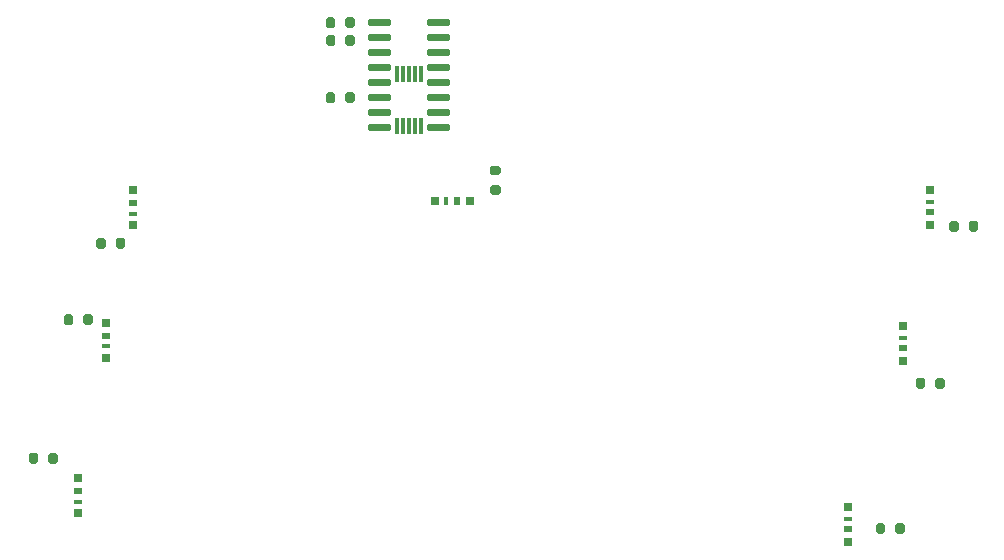
<source format=gbr>
G04 #@! TF.GenerationSoftware,KiCad,Pcbnew,(5.1.8)-1*
G04 #@! TF.CreationDate,2021-05-14T20:15:16-04:00*
G04 #@! TF.ProjectId,DogeKey2,446f6765-4b65-4793-922e-6b696361645f,1*
G04 #@! TF.SameCoordinates,Original*
G04 #@! TF.FileFunction,Paste,Bot*
G04 #@! TF.FilePolarity,Positive*
%FSLAX46Y46*%
G04 Gerber Fmt 4.6, Leading zero omitted, Abs format (unit mm)*
G04 Created by KiCad (PCBNEW (5.1.8)-1) date 2021-05-14 20:15:16*
%MOMM*%
%LPD*%
G01*
G04 APERTURE LIST*
%ADD10R,0.800000X0.800000*%
%ADD11R,0.400000X0.800000*%
%ADD12R,0.600000X0.800000*%
%ADD13R,0.750000X0.800000*%
%ADD14R,0.800000X0.400000*%
%ADD15R,0.800000X0.600000*%
%ADD16R,0.800000X0.750000*%
%ADD17R,0.300000X1.400000*%
G04 APERTURE END LIST*
D10*
X140770000Y-58900000D03*
D11*
X141750000Y-58900000D03*
D12*
X142630000Y-58900000D03*
D13*
X143755000Y-58900000D03*
D10*
X180400000Y-69520000D03*
D14*
X180400000Y-70500000D03*
D15*
X180400000Y-71380000D03*
D16*
X180400000Y-72505000D03*
D10*
X112975000Y-72230000D03*
D14*
X112975000Y-71250000D03*
D15*
X112975000Y-70370000D03*
D16*
X112975000Y-69245000D03*
D10*
X110600000Y-85380000D03*
D14*
X110600000Y-84400000D03*
D15*
X110600000Y-83520000D03*
D16*
X110600000Y-82395000D03*
D10*
X175750000Y-84845000D03*
D14*
X175750000Y-85825000D03*
D15*
X175750000Y-86705000D03*
D16*
X175750000Y-87830000D03*
D10*
X115200000Y-60980000D03*
D14*
X115200000Y-60000000D03*
D15*
X115200000Y-59120000D03*
D16*
X115200000Y-57995000D03*
D10*
X182750000Y-58020000D03*
D14*
X182750000Y-59000000D03*
D15*
X182750000Y-59880000D03*
D16*
X182750000Y-61005000D03*
G36*
G01*
X133225000Y-44125000D02*
X133225000Y-43575000D01*
G75*
G02*
X133425000Y-43375000I200000J0D01*
G01*
X133825000Y-43375000D01*
G75*
G02*
X134025000Y-43575000I0J-200000D01*
G01*
X134025000Y-44125000D01*
G75*
G02*
X133825000Y-44325000I-200000J0D01*
G01*
X133425000Y-44325000D01*
G75*
G02*
X133225000Y-44125000I0J200000D01*
G01*
G37*
G36*
G01*
X131575000Y-44125000D02*
X131575000Y-43575000D01*
G75*
G02*
X131775000Y-43375000I200000J0D01*
G01*
X132175000Y-43375000D01*
G75*
G02*
X132375000Y-43575000I0J-200000D01*
G01*
X132375000Y-44125000D01*
G75*
G02*
X132175000Y-44325000I-200000J0D01*
G01*
X131775000Y-44325000D01*
G75*
G02*
X131575000Y-44125000I0J200000D01*
G01*
G37*
G36*
G01*
X131575000Y-45625000D02*
X131575000Y-45075000D01*
G75*
G02*
X131775000Y-44875000I200000J0D01*
G01*
X132175000Y-44875000D01*
G75*
G02*
X132375000Y-45075000I0J-200000D01*
G01*
X132375000Y-45625000D01*
G75*
G02*
X132175000Y-45825000I-200000J0D01*
G01*
X131775000Y-45825000D01*
G75*
G02*
X131575000Y-45625000I0J200000D01*
G01*
G37*
G36*
G01*
X133225000Y-45625000D02*
X133225000Y-45075000D01*
G75*
G02*
X133425000Y-44875000I200000J0D01*
G01*
X133825000Y-44875000D01*
G75*
G02*
X134025000Y-45075000I0J-200000D01*
G01*
X134025000Y-45625000D01*
G75*
G02*
X133825000Y-45825000I-200000J0D01*
G01*
X133425000Y-45825000D01*
G75*
G02*
X133225000Y-45625000I0J200000D01*
G01*
G37*
G36*
G01*
X108850000Y-80450000D02*
X108850000Y-81000000D01*
G75*
G02*
X108650000Y-81200000I-200000J0D01*
G01*
X108250000Y-81200000D01*
G75*
G02*
X108050000Y-81000000I0J200000D01*
G01*
X108050000Y-80450000D01*
G75*
G02*
X108250000Y-80250000I200000J0D01*
G01*
X108650000Y-80250000D01*
G75*
G02*
X108850000Y-80450000I0J-200000D01*
G01*
G37*
G36*
G01*
X107200000Y-80450000D02*
X107200000Y-81000000D01*
G75*
G02*
X107000000Y-81200000I-200000J0D01*
G01*
X106600000Y-81200000D01*
G75*
G02*
X106400000Y-81000000I0J200000D01*
G01*
X106400000Y-80450000D01*
G75*
G02*
X106600000Y-80250000I200000J0D01*
G01*
X107000000Y-80250000D01*
G75*
G02*
X107200000Y-80450000I0J-200000D01*
G01*
G37*
G36*
G01*
X183150000Y-74650000D02*
X183150000Y-74100000D01*
G75*
G02*
X183350000Y-73900000I200000J0D01*
G01*
X183750000Y-73900000D01*
G75*
G02*
X183950000Y-74100000I0J-200000D01*
G01*
X183950000Y-74650000D01*
G75*
G02*
X183750000Y-74850000I-200000J0D01*
G01*
X183350000Y-74850000D01*
G75*
G02*
X183150000Y-74650000I0J200000D01*
G01*
G37*
G36*
G01*
X181500000Y-74650000D02*
X181500000Y-74100000D01*
G75*
G02*
X181700000Y-73900000I200000J0D01*
G01*
X182100000Y-73900000D01*
G75*
G02*
X182300000Y-74100000I0J-200000D01*
G01*
X182300000Y-74650000D01*
G75*
G02*
X182100000Y-74850000I-200000J0D01*
G01*
X181700000Y-74850000D01*
G75*
G02*
X181500000Y-74650000I0J200000D01*
G01*
G37*
G36*
G01*
X146175000Y-58400000D02*
X145625000Y-58400000D01*
G75*
G02*
X145425000Y-58200000I0J200000D01*
G01*
X145425000Y-57800000D01*
G75*
G02*
X145625000Y-57600000I200000J0D01*
G01*
X146175000Y-57600000D01*
G75*
G02*
X146375000Y-57800000I0J-200000D01*
G01*
X146375000Y-58200000D01*
G75*
G02*
X146175000Y-58400000I-200000J0D01*
G01*
G37*
G36*
G01*
X146175000Y-56750000D02*
X145625000Y-56750000D01*
G75*
G02*
X145425000Y-56550000I0J200000D01*
G01*
X145425000Y-56150000D01*
G75*
G02*
X145625000Y-55950000I200000J0D01*
G01*
X146175000Y-55950000D01*
G75*
G02*
X146375000Y-56150000I0J-200000D01*
G01*
X146375000Y-56550000D01*
G75*
G02*
X146175000Y-56750000I-200000J0D01*
G01*
G37*
G36*
G01*
X132375000Y-49925000D02*
X132375000Y-50475000D01*
G75*
G02*
X132175000Y-50675000I-200000J0D01*
G01*
X131775000Y-50675000D01*
G75*
G02*
X131575000Y-50475000I0J200000D01*
G01*
X131575000Y-49925000D01*
G75*
G02*
X131775000Y-49725000I200000J0D01*
G01*
X132175000Y-49725000D01*
G75*
G02*
X132375000Y-49925000I0J-200000D01*
G01*
G37*
G36*
G01*
X134025000Y-49925000D02*
X134025000Y-50475000D01*
G75*
G02*
X133825000Y-50675000I-200000J0D01*
G01*
X133425000Y-50675000D01*
G75*
G02*
X133225000Y-50475000I0J200000D01*
G01*
X133225000Y-49925000D01*
G75*
G02*
X133425000Y-49725000I200000J0D01*
G01*
X133825000Y-49725000D01*
G75*
G02*
X134025000Y-49925000I0J-200000D01*
G01*
G37*
G36*
G01*
X142100000Y-43705000D02*
X142100000Y-44005000D01*
G75*
G02*
X141950000Y-44155000I-150000J0D01*
G01*
X140250000Y-44155000D01*
G75*
G02*
X140100000Y-44005000I0J150000D01*
G01*
X140100000Y-43705000D01*
G75*
G02*
X140250000Y-43555000I150000J0D01*
G01*
X141950000Y-43555000D01*
G75*
G02*
X142100000Y-43705000I0J-150000D01*
G01*
G37*
G36*
G01*
X142100000Y-44975000D02*
X142100000Y-45275000D01*
G75*
G02*
X141950000Y-45425000I-150000J0D01*
G01*
X140250000Y-45425000D01*
G75*
G02*
X140100000Y-45275000I0J150000D01*
G01*
X140100000Y-44975000D01*
G75*
G02*
X140250000Y-44825000I150000J0D01*
G01*
X141950000Y-44825000D01*
G75*
G02*
X142100000Y-44975000I0J-150000D01*
G01*
G37*
G36*
G01*
X142100000Y-46245000D02*
X142100000Y-46545000D01*
G75*
G02*
X141950000Y-46695000I-150000J0D01*
G01*
X140250000Y-46695000D01*
G75*
G02*
X140100000Y-46545000I0J150000D01*
G01*
X140100000Y-46245000D01*
G75*
G02*
X140250000Y-46095000I150000J0D01*
G01*
X141950000Y-46095000D01*
G75*
G02*
X142100000Y-46245000I0J-150000D01*
G01*
G37*
G36*
G01*
X142100000Y-47515000D02*
X142100000Y-47815000D01*
G75*
G02*
X141950000Y-47965000I-150000J0D01*
G01*
X140250000Y-47965000D01*
G75*
G02*
X140100000Y-47815000I0J150000D01*
G01*
X140100000Y-47515000D01*
G75*
G02*
X140250000Y-47365000I150000J0D01*
G01*
X141950000Y-47365000D01*
G75*
G02*
X142100000Y-47515000I0J-150000D01*
G01*
G37*
G36*
G01*
X142100000Y-48785000D02*
X142100000Y-49085000D01*
G75*
G02*
X141950000Y-49235000I-150000J0D01*
G01*
X140250000Y-49235000D01*
G75*
G02*
X140100000Y-49085000I0J150000D01*
G01*
X140100000Y-48785000D01*
G75*
G02*
X140250000Y-48635000I150000J0D01*
G01*
X141950000Y-48635000D01*
G75*
G02*
X142100000Y-48785000I0J-150000D01*
G01*
G37*
G36*
G01*
X142100000Y-50055000D02*
X142100000Y-50355000D01*
G75*
G02*
X141950000Y-50505000I-150000J0D01*
G01*
X140250000Y-50505000D01*
G75*
G02*
X140100000Y-50355000I0J150000D01*
G01*
X140100000Y-50055000D01*
G75*
G02*
X140250000Y-49905000I150000J0D01*
G01*
X141950000Y-49905000D01*
G75*
G02*
X142100000Y-50055000I0J-150000D01*
G01*
G37*
G36*
G01*
X142100000Y-51325000D02*
X142100000Y-51625000D01*
G75*
G02*
X141950000Y-51775000I-150000J0D01*
G01*
X140250000Y-51775000D01*
G75*
G02*
X140100000Y-51625000I0J150000D01*
G01*
X140100000Y-51325000D01*
G75*
G02*
X140250000Y-51175000I150000J0D01*
G01*
X141950000Y-51175000D01*
G75*
G02*
X142100000Y-51325000I0J-150000D01*
G01*
G37*
G36*
G01*
X142100000Y-52595000D02*
X142100000Y-52895000D01*
G75*
G02*
X141950000Y-53045000I-150000J0D01*
G01*
X140250000Y-53045000D01*
G75*
G02*
X140100000Y-52895000I0J150000D01*
G01*
X140100000Y-52595000D01*
G75*
G02*
X140250000Y-52445000I150000J0D01*
G01*
X141950000Y-52445000D01*
G75*
G02*
X142100000Y-52595000I0J-150000D01*
G01*
G37*
G36*
G01*
X137100000Y-52595000D02*
X137100000Y-52895000D01*
G75*
G02*
X136950000Y-53045000I-150000J0D01*
G01*
X135250000Y-53045000D01*
G75*
G02*
X135100000Y-52895000I0J150000D01*
G01*
X135100000Y-52595000D01*
G75*
G02*
X135250000Y-52445000I150000J0D01*
G01*
X136950000Y-52445000D01*
G75*
G02*
X137100000Y-52595000I0J-150000D01*
G01*
G37*
G36*
G01*
X137100000Y-51325000D02*
X137100000Y-51625000D01*
G75*
G02*
X136950000Y-51775000I-150000J0D01*
G01*
X135250000Y-51775000D01*
G75*
G02*
X135100000Y-51625000I0J150000D01*
G01*
X135100000Y-51325000D01*
G75*
G02*
X135250000Y-51175000I150000J0D01*
G01*
X136950000Y-51175000D01*
G75*
G02*
X137100000Y-51325000I0J-150000D01*
G01*
G37*
G36*
G01*
X137100000Y-50055000D02*
X137100000Y-50355000D01*
G75*
G02*
X136950000Y-50505000I-150000J0D01*
G01*
X135250000Y-50505000D01*
G75*
G02*
X135100000Y-50355000I0J150000D01*
G01*
X135100000Y-50055000D01*
G75*
G02*
X135250000Y-49905000I150000J0D01*
G01*
X136950000Y-49905000D01*
G75*
G02*
X137100000Y-50055000I0J-150000D01*
G01*
G37*
G36*
G01*
X137100000Y-48785000D02*
X137100000Y-49085000D01*
G75*
G02*
X136950000Y-49235000I-150000J0D01*
G01*
X135250000Y-49235000D01*
G75*
G02*
X135100000Y-49085000I0J150000D01*
G01*
X135100000Y-48785000D01*
G75*
G02*
X135250000Y-48635000I150000J0D01*
G01*
X136950000Y-48635000D01*
G75*
G02*
X137100000Y-48785000I0J-150000D01*
G01*
G37*
G36*
G01*
X137100000Y-47515000D02*
X137100000Y-47815000D01*
G75*
G02*
X136950000Y-47965000I-150000J0D01*
G01*
X135250000Y-47965000D01*
G75*
G02*
X135100000Y-47815000I0J150000D01*
G01*
X135100000Y-47515000D01*
G75*
G02*
X135250000Y-47365000I150000J0D01*
G01*
X136950000Y-47365000D01*
G75*
G02*
X137100000Y-47515000I0J-150000D01*
G01*
G37*
G36*
G01*
X137100000Y-46245000D02*
X137100000Y-46545000D01*
G75*
G02*
X136950000Y-46695000I-150000J0D01*
G01*
X135250000Y-46695000D01*
G75*
G02*
X135100000Y-46545000I0J150000D01*
G01*
X135100000Y-46245000D01*
G75*
G02*
X135250000Y-46095000I150000J0D01*
G01*
X136950000Y-46095000D01*
G75*
G02*
X137100000Y-46245000I0J-150000D01*
G01*
G37*
G36*
G01*
X137100000Y-44975000D02*
X137100000Y-45275000D01*
G75*
G02*
X136950000Y-45425000I-150000J0D01*
G01*
X135250000Y-45425000D01*
G75*
G02*
X135100000Y-45275000I0J150000D01*
G01*
X135100000Y-44975000D01*
G75*
G02*
X135250000Y-44825000I150000J0D01*
G01*
X136950000Y-44825000D01*
G75*
G02*
X137100000Y-44975000I0J-150000D01*
G01*
G37*
G36*
G01*
X137100000Y-43705000D02*
X137100000Y-44005000D01*
G75*
G02*
X136950000Y-44155000I-150000J0D01*
G01*
X135250000Y-44155000D01*
G75*
G02*
X135100000Y-44005000I0J150000D01*
G01*
X135100000Y-43705000D01*
G75*
G02*
X135250000Y-43555000I150000J0D01*
G01*
X136950000Y-43555000D01*
G75*
G02*
X137100000Y-43705000I0J-150000D01*
G01*
G37*
D17*
X139600000Y-52600000D03*
X139100000Y-52600000D03*
X138600000Y-52600000D03*
X138100000Y-52600000D03*
X137600000Y-52600000D03*
X137600000Y-48200000D03*
X138100000Y-48200000D03*
X138600000Y-48200000D03*
X139100000Y-48200000D03*
X139600000Y-48200000D03*
G36*
G01*
X186005000Y-61355000D02*
X186005000Y-60805000D01*
G75*
G02*
X186205000Y-60605000I200000J0D01*
G01*
X186605000Y-60605000D01*
G75*
G02*
X186805000Y-60805000I0J-200000D01*
G01*
X186805000Y-61355000D01*
G75*
G02*
X186605000Y-61555000I-200000J0D01*
G01*
X186205000Y-61555000D01*
G75*
G02*
X186005000Y-61355000I0J200000D01*
G01*
G37*
G36*
G01*
X184355000Y-61355000D02*
X184355000Y-60805000D01*
G75*
G02*
X184555000Y-60605000I200000J0D01*
G01*
X184955000Y-60605000D01*
G75*
G02*
X185155000Y-60805000I0J-200000D01*
G01*
X185155000Y-61355000D01*
G75*
G02*
X184955000Y-61555000I-200000J0D01*
G01*
X184555000Y-61555000D01*
G75*
G02*
X184355000Y-61355000I0J200000D01*
G01*
G37*
G36*
G01*
X112135000Y-62785000D02*
X112135000Y-62235000D01*
G75*
G02*
X112335000Y-62035000I200000J0D01*
G01*
X112735000Y-62035000D01*
G75*
G02*
X112935000Y-62235000I0J-200000D01*
G01*
X112935000Y-62785000D01*
G75*
G02*
X112735000Y-62985000I-200000J0D01*
G01*
X112335000Y-62985000D01*
G75*
G02*
X112135000Y-62785000I0J200000D01*
G01*
G37*
G36*
G01*
X113785000Y-62785000D02*
X113785000Y-62235000D01*
G75*
G02*
X113985000Y-62035000I200000J0D01*
G01*
X114385000Y-62035000D01*
G75*
G02*
X114585000Y-62235000I0J-200000D01*
G01*
X114585000Y-62785000D01*
G75*
G02*
X114385000Y-62985000I-200000J0D01*
G01*
X113985000Y-62985000D01*
G75*
G02*
X113785000Y-62785000I0J200000D01*
G01*
G37*
G36*
G01*
X179775000Y-86945000D02*
X179775000Y-86395000D01*
G75*
G02*
X179975000Y-86195000I200000J0D01*
G01*
X180375000Y-86195000D01*
G75*
G02*
X180575000Y-86395000I0J-200000D01*
G01*
X180575000Y-86945000D01*
G75*
G02*
X180375000Y-87145000I-200000J0D01*
G01*
X179975000Y-87145000D01*
G75*
G02*
X179775000Y-86945000I0J200000D01*
G01*
G37*
G36*
G01*
X178125000Y-86945000D02*
X178125000Y-86395000D01*
G75*
G02*
X178325000Y-86195000I200000J0D01*
G01*
X178725000Y-86195000D01*
G75*
G02*
X178925000Y-86395000I0J-200000D01*
G01*
X178925000Y-86945000D01*
G75*
G02*
X178725000Y-87145000I-200000J0D01*
G01*
X178325000Y-87145000D01*
G75*
G02*
X178125000Y-86945000I0J200000D01*
G01*
G37*
G36*
G01*
X111840000Y-68715000D02*
X111840000Y-69265000D01*
G75*
G02*
X111640000Y-69465000I-200000J0D01*
G01*
X111240000Y-69465000D01*
G75*
G02*
X111040000Y-69265000I0J200000D01*
G01*
X111040000Y-68715000D01*
G75*
G02*
X111240000Y-68515000I200000J0D01*
G01*
X111640000Y-68515000D01*
G75*
G02*
X111840000Y-68715000I0J-200000D01*
G01*
G37*
G36*
G01*
X110190000Y-68715000D02*
X110190000Y-69265000D01*
G75*
G02*
X109990000Y-69465000I-200000J0D01*
G01*
X109590000Y-69465000D01*
G75*
G02*
X109390000Y-69265000I0J200000D01*
G01*
X109390000Y-68715000D01*
G75*
G02*
X109590000Y-68515000I200000J0D01*
G01*
X109990000Y-68515000D01*
G75*
G02*
X110190000Y-68715000I0J-200000D01*
G01*
G37*
M02*

</source>
